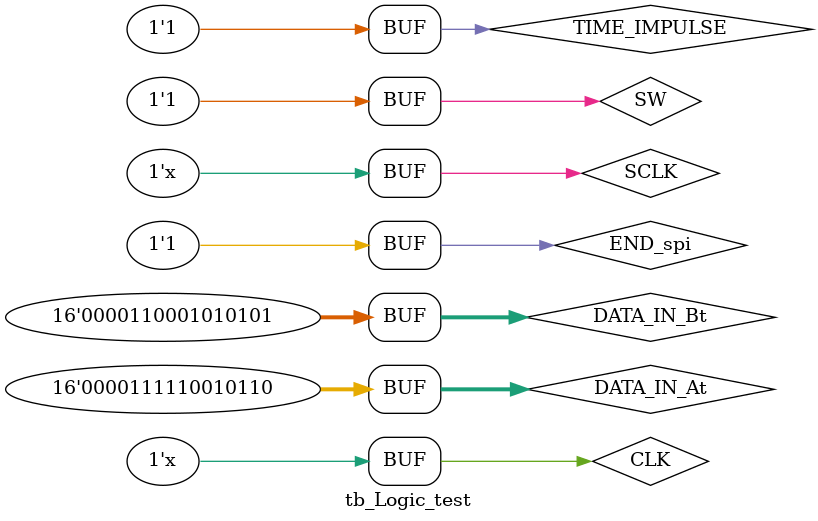
<source format=sv>
`timescale 1ns / 1ps
module tb_Logic_test();

reg SCLK = 0;
reg CLK = 0;
reg SW = 0;
reg TIME_IMPULSE = 0;
reg END_spi;
reg [15 : 0] DATA_IN_At;
reg [15 : 0] DATA_IN_Bt;;

wire LDAC;
wire START_SPI;
wire CS;
wire [15 : 0] DATA_OUT;

Logic Logic_test(
.CLK(CLK),    
.SCLK(SCLK),
.SW(SW),
.TIME_IMPULSE(TIME_IMPULSE),
.END_spi(END_spi),
.DATA_IN_At(DATA_IN_At),
.DATA_IN_Bt(DATA_IN_At),

.LDAC(LDAC),
.START_SPI(START_SPI),
.CS(CS),
.DATA_OUT(DATA_OUT)
);

always#5 CLK = !CLK;
always#10 SCLK = !SCLK;
initial begin
    SW = 0;
    DATA_IN_At = 16'b11_11_1001_0110;
    DATA_IN_Bt = 16'b11_00_0101_0101;
    TIME_IMPULSE = 0;
    END_spi = 1;

    #100
    SW = 1;
    TIME_IMPULSE = 1;
    
end
endmodule
</source>
